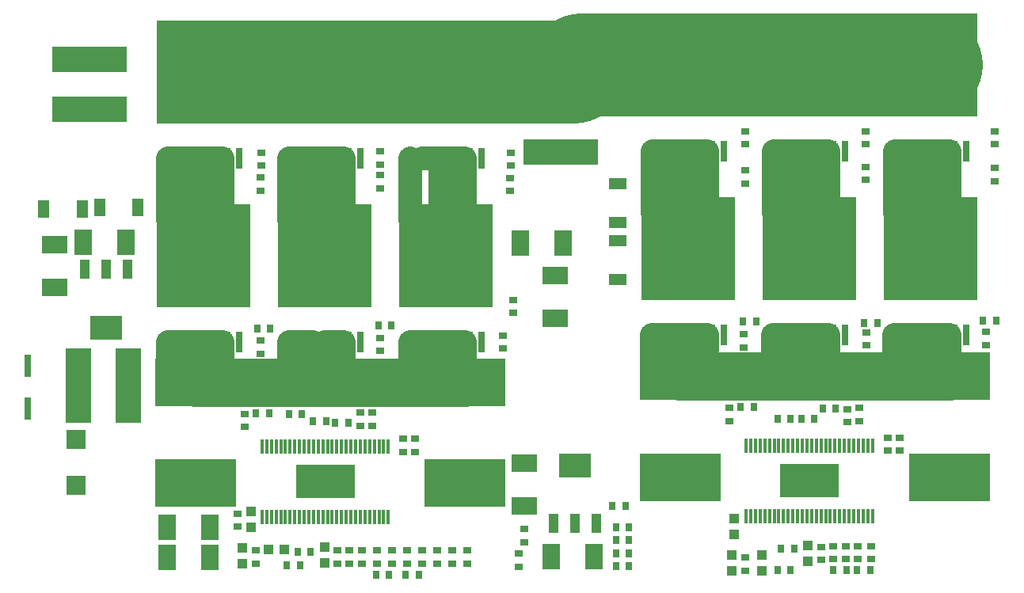
<source format=gbp>
G04 Layer_Color=128*
%FSLAX25Y25*%
%MOIN*%
G70*
G01*
G75*
%ADD14R,0.04331X0.03937*%
%ADD15R,0.03937X0.04331*%
%ADD16R,0.03543X0.03150*%
%ADD17R,0.03150X0.03543*%
%ADD19R,0.07480X0.10630*%
%ADD21R,0.03937X0.07874*%
%ADD22R,0.13780X0.09843*%
%ADD29R,0.10630X0.07480*%
%ADD47C,0.01181*%
%ADD52C,0.14961*%
%ADD79R,0.31496X0.10630*%
%ADD80R,0.02559X0.09449*%
%ADD81R,0.39744X0.43307*%
%ADD82R,0.02953X0.08996*%
%ADD83R,0.34449X0.20472*%
%ADD84R,0.07441X0.04882*%
%ADD85R,0.04882X0.07441*%
%ADD86R,0.07874X0.07874*%
%ADD87R,0.01181X0.06102*%
%ADD89R,0.10630X0.31496*%
%ADD92C,0.09843*%
%ADD93C,0.20472*%
%ADD94C,0.43307*%
%ADD152R,0.25000X0.14213*%
D14*
X186000Y138000D02*
D03*
X192693D02*
D03*
D15*
X178500Y154000D02*
D03*
Y147307D02*
D03*
X382000Y151000D02*
D03*
Y144307D02*
D03*
X175000Y132000D02*
D03*
Y138693D02*
D03*
X381000Y129000D02*
D03*
Y135693D02*
D03*
X209500Y132500D02*
D03*
Y139193D02*
D03*
X413000Y133000D02*
D03*
Y139693D02*
D03*
X393500Y129244D02*
D03*
Y135937D02*
D03*
D16*
X233000Y221744D02*
D03*
Y227256D02*
D03*
X437500Y223988D02*
D03*
Y229500D02*
D03*
X173000Y153256D02*
D03*
Y147744D02*
D03*
X293500Y141244D02*
D03*
Y146756D02*
D03*
X291256Y136366D02*
D03*
Y130854D02*
D03*
X180500Y137756D02*
D03*
Y132244D02*
D03*
X215000Y132244D02*
D03*
Y137756D02*
D03*
X220000Y132244D02*
D03*
Y137756D02*
D03*
X225139Y137756D02*
D03*
Y132244D02*
D03*
X231496Y137756D02*
D03*
Y132244D02*
D03*
X237852Y137756D02*
D03*
Y132244D02*
D03*
X244209Y137756D02*
D03*
Y132244D02*
D03*
X250565Y137756D02*
D03*
Y132244D02*
D03*
X256922D02*
D03*
Y137756D02*
D03*
X263278D02*
D03*
Y132244D02*
D03*
X269635D02*
D03*
Y137756D02*
D03*
X287500Y294500D02*
D03*
Y288988D02*
D03*
X491744Y298744D02*
D03*
Y293232D02*
D03*
X284500Y228256D02*
D03*
Y222744D02*
D03*
X488000Y229756D02*
D03*
Y224244D02*
D03*
X288000Y305256D02*
D03*
Y299744D02*
D03*
X491744Y314244D02*
D03*
Y308732D02*
D03*
X289000Y243256D02*
D03*
Y237744D02*
D03*
X233000Y295756D02*
D03*
Y290244D02*
D03*
X437244Y299244D02*
D03*
Y293732D02*
D03*
X233000Y305756D02*
D03*
Y300244D02*
D03*
X437244Y314244D02*
D03*
Y308732D02*
D03*
X182744Y294744D02*
D03*
Y289232D02*
D03*
X386744Y297744D02*
D03*
Y292232D02*
D03*
X182500Y226000D02*
D03*
Y220488D02*
D03*
X386000Y228756D02*
D03*
Y223244D02*
D03*
X183000Y305256D02*
D03*
Y299744D02*
D03*
X386744Y314244D02*
D03*
Y308732D02*
D03*
X176000Y189744D02*
D03*
Y195256D02*
D03*
X229500Y195756D02*
D03*
Y190244D02*
D03*
X224500Y190244D02*
D03*
Y195756D02*
D03*
X247500Y179244D02*
D03*
Y184756D02*
D03*
X242500Y184756D02*
D03*
Y179244D02*
D03*
X439500Y134000D02*
D03*
Y139512D02*
D03*
X434000Y134000D02*
D03*
Y139512D02*
D03*
X429000Y134000D02*
D03*
Y139512D02*
D03*
X423500Y134000D02*
D03*
Y139512D02*
D03*
X418500Y133744D02*
D03*
Y139256D02*
D03*
X386500Y129244D02*
D03*
Y134756D02*
D03*
X380000Y192244D02*
D03*
Y197756D02*
D03*
X429500Y191744D02*
D03*
Y197256D02*
D03*
X434500Y192244D02*
D03*
Y197756D02*
D03*
X451500Y179744D02*
D03*
Y185256D02*
D03*
X446500Y179744D02*
D03*
Y185256D02*
D03*
D17*
X199256Y131500D02*
D03*
X193744D02*
D03*
X198244Y137000D02*
D03*
X203756D02*
D03*
X486744Y234500D02*
D03*
X492256D02*
D03*
X232244Y232500D02*
D03*
X237756D02*
D03*
X436744Y233500D02*
D03*
X442256D02*
D03*
X186756Y231000D02*
D03*
X181244D02*
D03*
X385744Y234000D02*
D03*
X391256D02*
D03*
X180744Y195500D02*
D03*
X186256D02*
D03*
X200012Y195000D02*
D03*
X194500D02*
D03*
X210256Y192000D02*
D03*
X204744D02*
D03*
X219512Y191500D02*
D03*
X214000D02*
D03*
X401744Y138500D02*
D03*
X407256D02*
D03*
X400244Y129500D02*
D03*
X405756D02*
D03*
X423744Y129500D02*
D03*
X429256D02*
D03*
X433744Y129500D02*
D03*
X439256D02*
D03*
X332244Y136500D02*
D03*
X337756D02*
D03*
X332244Y131000D02*
D03*
X337756D02*
D03*
X332244Y142000D02*
D03*
X337756D02*
D03*
X332244Y147500D02*
D03*
X337756D02*
D03*
X330744Y156500D02*
D03*
X336256D02*
D03*
X384744Y198000D02*
D03*
X390256D02*
D03*
X400244Y193000D02*
D03*
X405756D02*
D03*
X410244D02*
D03*
X415756D02*
D03*
X419244Y197500D02*
D03*
X424756D02*
D03*
X243744Y127500D02*
D03*
X249256D02*
D03*
X231244Y127500D02*
D03*
X236756D02*
D03*
D19*
X108000Y267500D02*
D03*
X126110D02*
D03*
X161331Y147464D02*
D03*
X143220D02*
D03*
X161331Y134797D02*
D03*
X143220D02*
D03*
X292000Y267000D02*
D03*
X310110D02*
D03*
X304890Y135000D02*
D03*
X323000D02*
D03*
D21*
X108500Y256000D02*
D03*
X117555D02*
D03*
X126610D02*
D03*
X305890Y149000D02*
D03*
X314945D02*
D03*
X324000D02*
D03*
D22*
X117555Y231591D02*
D03*
X314945Y173409D02*
D03*
D29*
X306500Y253610D02*
D03*
Y235500D02*
D03*
X293500Y156500D02*
D03*
Y174610D02*
D03*
X96000Y266500D02*
D03*
Y248390D02*
D03*
D47*
X472702Y296000D02*
X475470Y293232D01*
X268702Y293000D02*
X271470Y290232D01*
X472473Y211020D02*
X472500Y211047D01*
X436798Y211520D02*
X437298Y211020D01*
X436798Y211520D02*
X436798Y211520D01*
X385798D02*
X386298Y212020D01*
X385298Y211020D02*
X385798Y211520D01*
X472473Y211020D02*
X473573D01*
X268676Y208520D02*
X268702Y208546D01*
X182000Y208520D02*
X182500Y209020D01*
X182500Y209020D01*
X182000Y208520D02*
X186256Y204264D01*
D52*
X362100Y293665D02*
Y301144D01*
Y265121D02*
Y293665D01*
X413100Y265121D02*
Y294165D01*
X464600D02*
Y301900D01*
X413100Y294165D02*
Y302400D01*
X464600Y276500D02*
Y294165D01*
X158100Y290665D02*
Y298144D01*
Y262121D02*
Y290665D01*
X209100Y262121D02*
Y291165D01*
X260600D02*
Y298900D01*
X209100Y291165D02*
Y299400D01*
X260600Y273500D02*
Y291165D01*
D79*
X110500Y344433D02*
D03*
Y323567D02*
D03*
X309000Y326433D02*
D03*
Y305567D02*
D03*
D80*
X84500Y197485D02*
D03*
Y215610D02*
D03*
D81*
X413500Y341965D02*
D03*
X464500Y264721D02*
D03*
X413500D02*
D03*
X362500D02*
D03*
X158500Y261720D02*
D03*
X260500D02*
D03*
X158500Y338965D02*
D03*
X209500D02*
D03*
X260500D02*
D03*
X464500Y341965D02*
D03*
X362500D02*
D03*
X209500Y261720D02*
D03*
D82*
X398500Y305744D02*
D03*
X403500D02*
D03*
X408500D02*
D03*
X418500D02*
D03*
X423500D02*
D03*
X428500D02*
D03*
X449500Y228500D02*
D03*
X454500D02*
D03*
X459500D02*
D03*
X469500D02*
D03*
X474500D02*
D03*
X479500D02*
D03*
X398500D02*
D03*
X403500D02*
D03*
X408500D02*
D03*
X418500D02*
D03*
X423500D02*
D03*
X428500D02*
D03*
X347500D02*
D03*
X352500D02*
D03*
X357500D02*
D03*
X367500D02*
D03*
X372500D02*
D03*
X377500D02*
D03*
X143500Y225500D02*
D03*
X148500D02*
D03*
X153500D02*
D03*
X163500D02*
D03*
X168500D02*
D03*
X173500D02*
D03*
X245500D02*
D03*
X250500D02*
D03*
X255500D02*
D03*
X265500D02*
D03*
X270500D02*
D03*
X275500D02*
D03*
X143500Y302744D02*
D03*
X148500D02*
D03*
X153500D02*
D03*
X163500D02*
D03*
X168500D02*
D03*
X173500D02*
D03*
X194500D02*
D03*
X199500D02*
D03*
X204500D02*
D03*
X214500D02*
D03*
X219500D02*
D03*
X224500D02*
D03*
X245500D02*
D03*
X250500D02*
D03*
X255500D02*
D03*
X265500D02*
D03*
X270500D02*
D03*
X275500D02*
D03*
X449500Y305744D02*
D03*
X454500D02*
D03*
X459500D02*
D03*
X469500D02*
D03*
X474500D02*
D03*
X479500D02*
D03*
X347500D02*
D03*
X352500D02*
D03*
X357500D02*
D03*
X367500D02*
D03*
X372500D02*
D03*
X377500D02*
D03*
X199500Y225500D02*
D03*
X194500D02*
D03*
X219500D02*
D03*
X224500D02*
D03*
X204500D02*
D03*
X214500D02*
D03*
D83*
X268676Y208520D02*
D03*
Y166000D02*
D03*
X472676Y211020D02*
D03*
Y168500D02*
D03*
X359176Y211020D02*
D03*
Y168500D02*
D03*
X155176Y208520D02*
D03*
Y166000D02*
D03*
D84*
X333000Y251937D02*
D03*
Y268000D02*
D03*
Y275937D02*
D03*
Y292000D02*
D03*
D85*
X107500Y281500D02*
D03*
X91437D02*
D03*
X131063Y282000D02*
D03*
X115000D02*
D03*
D86*
X105000Y184500D02*
D03*
Y165000D02*
D03*
D87*
X440143Y152272D02*
D03*
X438174D02*
D03*
X436206D02*
D03*
X434237D02*
D03*
X432269D02*
D03*
X430301D02*
D03*
X428332D02*
D03*
X426364D02*
D03*
X424395D02*
D03*
X422427D02*
D03*
X420458D02*
D03*
X418490D02*
D03*
X416521D02*
D03*
X414553D02*
D03*
X412584D02*
D03*
X410616D02*
D03*
X408647D02*
D03*
X406679D02*
D03*
X404710D02*
D03*
X402742D02*
D03*
X400773D02*
D03*
X398805D02*
D03*
X396836D02*
D03*
X394868D02*
D03*
X392899D02*
D03*
X390931D02*
D03*
X388962D02*
D03*
X386994D02*
D03*
Y181799D02*
D03*
X388962Y181772D02*
D03*
X390931Y181799D02*
D03*
X392899D02*
D03*
X394868D02*
D03*
X396836D02*
D03*
X398805D02*
D03*
X400773D02*
D03*
X402742D02*
D03*
X404710D02*
D03*
X406679D02*
D03*
X408647D02*
D03*
X410616D02*
D03*
X412584D02*
D03*
X414553D02*
D03*
X416521D02*
D03*
X418490D02*
D03*
X420458D02*
D03*
X422427D02*
D03*
X424395D02*
D03*
X426364D02*
D03*
X428332D02*
D03*
X430301D02*
D03*
X432269D02*
D03*
X434238D02*
D03*
X436206D02*
D03*
X438175D02*
D03*
X440143D02*
D03*
X236399Y151882D02*
D03*
X234430D02*
D03*
X232462D02*
D03*
X230493D02*
D03*
X228525D02*
D03*
X226556D02*
D03*
X224588D02*
D03*
X222620D02*
D03*
X220651D02*
D03*
X218683D02*
D03*
X216714D02*
D03*
X214745D02*
D03*
X212777D02*
D03*
X210808D02*
D03*
X208840D02*
D03*
X206872D02*
D03*
X204903D02*
D03*
X202935D02*
D03*
X200966D02*
D03*
X198998D02*
D03*
X197029D02*
D03*
X195061D02*
D03*
X193092D02*
D03*
X191124D02*
D03*
X189155D02*
D03*
X187187D02*
D03*
X185218D02*
D03*
X183250D02*
D03*
Y181409D02*
D03*
X185218Y181382D02*
D03*
X187187Y181409D02*
D03*
X189155D02*
D03*
X191124D02*
D03*
X193092D02*
D03*
X195061D02*
D03*
X197029D02*
D03*
X198998D02*
D03*
X200966D02*
D03*
X202935D02*
D03*
X204903D02*
D03*
X206872D02*
D03*
X208840D02*
D03*
X210809D02*
D03*
X212777D02*
D03*
X214746D02*
D03*
X216714D02*
D03*
X218683D02*
D03*
X220651D02*
D03*
X222620D02*
D03*
X224588D02*
D03*
X226557D02*
D03*
X228525D02*
D03*
X230494D02*
D03*
X232462D02*
D03*
X234431D02*
D03*
X236399D02*
D03*
D89*
X106067Y207000D02*
D03*
X126933D02*
D03*
D92*
X245500Y276720D02*
X250500Y271721D01*
X421702Y272923D02*
Y305744D01*
X370702Y272923D02*
Y305744D01*
X347500D02*
X352500D01*
X357500D01*
X367500D02*
X370702D01*
X398500D02*
X403500D01*
X408500D01*
X418500D02*
X421702D01*
X449500D02*
X454500D01*
X459500D01*
X469500D02*
X472702D01*
X464600Y276500D02*
X472702Y284602D01*
X464600Y264821D02*
Y276500D01*
X454500Y274721D02*
Y305744D01*
X449500Y279720D02*
Y305744D01*
X459500D02*
X469500D01*
X408500D02*
X418500D01*
X357500D02*
X367500D01*
X472702Y284602D02*
Y296000D01*
Y305744D01*
X403500Y274721D02*
Y305744D01*
X398500Y279720D02*
Y305744D01*
X352500Y274721D02*
Y305744D01*
X347500Y279720D02*
Y305744D01*
X217702Y269923D02*
Y302744D01*
X166702Y269923D02*
Y302744D01*
X143500D02*
X148500D01*
X153500D01*
X163500D02*
X166702D01*
X194500D02*
X199500D01*
X204500D01*
X214500D02*
X217702D01*
X250500D02*
X255500D01*
X265500D02*
X268702D01*
X260600Y273500D02*
X268702Y281602D01*
X260600Y261821D02*
Y273500D01*
X245500Y276720D02*
Y302744D01*
Y276720D02*
Y302744D01*
X255500D02*
X265500D01*
X204500D02*
X214500D01*
X153500D02*
X163500D01*
X268702Y281602D02*
Y293000D01*
Y302744D01*
X199500Y271721D02*
Y302744D01*
X194500Y276720D02*
Y302744D01*
X148500Y271721D02*
Y302744D01*
X143500Y276720D02*
Y302744D01*
X472500Y211047D02*
Y228500D01*
X469298Y214195D02*
Y228500D01*
X472500D01*
X449298Y211520D02*
Y228500D01*
X459298Y224195D02*
Y228500D01*
X454298Y216520D02*
Y228500D01*
X464298D02*
X469298D01*
X459298D02*
X464298D01*
Y219195D02*
Y228500D01*
X413298Y211520D02*
Y228500D01*
X421500Y213317D02*
Y228500D01*
X403298Y214520D02*
Y228500D01*
X408298Y216520D02*
Y228500D01*
X398298Y212520D02*
Y228500D01*
X413298D02*
X418298D01*
X408298D02*
X413298D01*
X367298Y219344D02*
Y228500D01*
X362298Y214344D02*
Y228500D01*
X357298Y212695D02*
Y228500D01*
X362298D02*
X367298D01*
X357298D02*
X362298D01*
X352298Y217695D02*
Y228500D01*
X347298Y212000D02*
Y228500D01*
X454298D02*
X459298D01*
X449298D02*
X454298D01*
X418298D02*
X421500D01*
X403298D02*
X408298D01*
X398298D02*
X403298D01*
X352298D02*
X357298D01*
X347298D02*
X352298D01*
X367298D02*
X370500D01*
Y222547D02*
Y228500D01*
X143500Y207500D02*
Y225500D01*
X255500Y221695D02*
Y225500D01*
X245500Y212520D02*
Y225500D01*
X250500Y210020D02*
Y225500D01*
X260500D02*
X265500D01*
X255500D02*
X260500D01*
Y216695D02*
Y225500D01*
X194500Y212020D02*
Y225500D01*
X204500Y211520D02*
Y223500D01*
X199500Y218520D02*
Y225500D01*
X213000Y208520D02*
Y223500D01*
X214500Y214020D02*
Y225500D01*
X209500D02*
X214500D01*
X204500Y223500D02*
X213000D01*
X158000Y213000D02*
X162480Y208520D01*
X153500Y217500D02*
Y225500D01*
X158000Y213000D02*
Y225500D01*
X166702Y208520D02*
Y225500D01*
X163500Y208520D02*
Y225500D01*
X158000D02*
X163500D01*
X153500D02*
X158000D01*
X153500Y217500D02*
X158000Y213000D01*
X166702Y204298D02*
Y208520D01*
X163500Y207500D02*
Y208520D01*
X162480D02*
X163500Y207500D01*
X265500Y225500D02*
X268702D01*
X250500D02*
X255500D01*
X245500D02*
X250500D01*
X214500D02*
X217702D01*
X199500D02*
X204500D01*
X194500D02*
X199500D01*
X163500D02*
X166702D01*
X148500D02*
X153500D01*
X143500D02*
X148500D01*
X144520Y208520D02*
X148500Y212500D01*
Y225500D01*
X268702Y208546D02*
Y225500D01*
X265500Y211695D02*
Y225500D01*
X217702Y209817D02*
Y225500D01*
D93*
X385298Y211020D02*
X437298D01*
X358990Y211036D02*
X385281D01*
X385298Y211020D01*
X358973D02*
X358990Y211036D01*
X437298Y211020D02*
X472473D01*
X209500Y208520D02*
X268676D01*
X163500D02*
X166702D01*
X162480D02*
X163500D01*
X155176D02*
X162480D01*
X166702D02*
X182000D01*
X213000D01*
D94*
X317465Y341965D02*
X363000D01*
X414000D02*
X465000D01*
X363000D02*
X414000D01*
X261000Y338965D02*
X314465D01*
X210000D02*
X261000D01*
X163500Y339000D02*
X210000Y338965D01*
D152*
X413568Y167036D02*
D03*
X209824Y166644D02*
D03*
M02*

</source>
